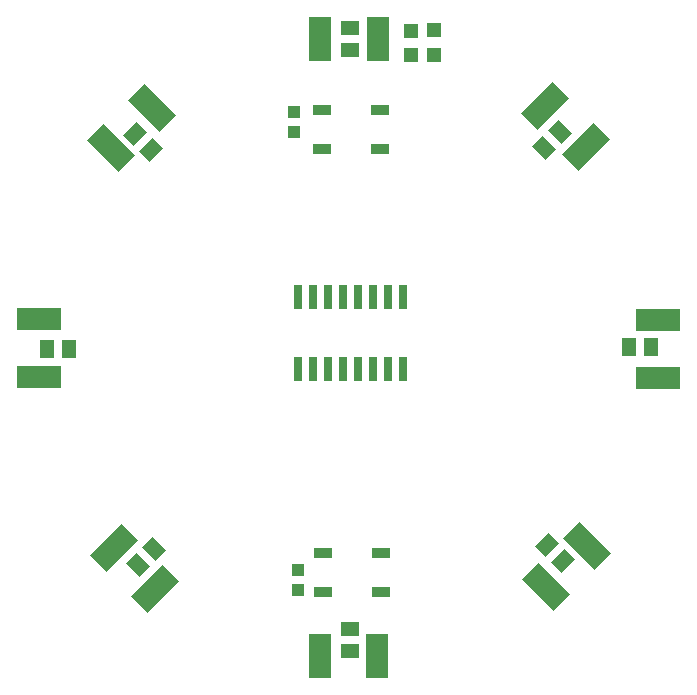
<source format=gbr>
%TF.GenerationSoftware,KiCad,Pcbnew,9.0.5*%
%TF.CreationDate,2025-11-19T12:34:50-06:00*%
%TF.ProjectId,board,626f6172-642e-46b6-9963-61645f706362,rev?*%
%TF.SameCoordinates,Original*%
%TF.FileFunction,Paste,Bot*%
%TF.FilePolarity,Positive*%
%FSLAX46Y46*%
G04 Gerber Fmt 4.6, Leading zero omitted, Abs format (unit mm)*
G04 Created by KiCad (PCBNEW 9.0.5) date 2025-11-19 12:34:50*
%MOMM*%
%LPD*%
G01*
G04 APERTURE LIST*
G04 Aperture macros list*
%AMRotRect*
0 Rectangle, with rotation*
0 The origin of the aperture is its center*
0 $1 length*
0 $2 width*
0 $3 Rotation angle, in degrees counterclockwise*
0 Add horizontal line*
21,1,$1,$2,0,0,$3*%
G04 Aperture macros list end*
%ADD10R,1.000000X1.100000*%
%ADD11R,1.500000X0.900000*%
%ADD12RotRect,3.810000X1.930400X135.000000*%
%ADD13RotRect,1.300000X1.600000X45.000000*%
%ADD14R,1.600000X1.300000*%
%ADD15RotRect,3.810000X1.930400X45.000000*%
%ADD16R,1.300000X1.600000*%
%ADD17R,1.930400X3.810000*%
%ADD18R,3.810000X1.930400*%
%ADD19RotRect,3.810000X1.930400X315.000000*%
%ADD20RotRect,1.300000X1.600000X225.000000*%
%ADD21RotRect,1.300000X1.600000X135.000000*%
%ADD22R,0.660400X2.032000*%
%ADD23R,1.200000X1.200000*%
%ADD24RotRect,1.300000X1.600000X315.000000*%
%ADD25RotRect,3.810000X1.930400X225.000000*%
G04 APERTURE END LIST*
D10*
%TO.C,C2*%
X144100000Y-125450000D03*
X144100000Y-123750000D03*
%TD*%
D11*
%TO.C,LED1*%
X146175000Y-125600000D03*
X146175000Y-122300000D03*
X151075000Y-122300000D03*
X151075000Y-125600000D03*
%TD*%
D12*
%TO.C,P3*%
X165098028Y-125231972D03*
X168564407Y-121765593D03*
%TD*%
D13*
%TO.C,R5*%
X130516498Y-123333502D03*
X131860000Y-121990000D03*
%TD*%
D14*
%TO.C,R0*%
X148450000Y-77850002D03*
X148450000Y-79750000D03*
%TD*%
D15*
%TO.C,P1*%
X128443621Y-121903621D03*
X131910000Y-125370000D03*
%TD*%
D11*
%TO.C,LED0*%
X146075000Y-88125000D03*
X146075000Y-84825000D03*
X150975000Y-84825000D03*
X150975000Y-88125000D03*
%TD*%
D16*
%TO.C,R2*%
X173959998Y-104920000D03*
X172060000Y-104920000D03*
%TD*%
D17*
%TO.C,P6*%
X150844800Y-78800000D03*
X145942600Y-78800000D03*
%TD*%
D16*
%TO.C,R6*%
X122810001Y-105020000D03*
X124709999Y-105020000D03*
%TD*%
D17*
%TO.C,P0*%
X145887800Y-131040000D03*
X150790000Y-131040000D03*
%TD*%
D18*
%TO.C,P2*%
X122140000Y-102517800D03*
X122140000Y-107420000D03*
%TD*%
D19*
%TO.C,P4*%
X131671972Y-84608028D03*
X128205593Y-88074407D03*
%TD*%
D18*
%TO.C,P5*%
X174560000Y-107530800D03*
X174560000Y-102628600D03*
%TD*%
D10*
%TO.C,C1*%
X143680000Y-86660000D03*
X143680000Y-84960000D03*
%TD*%
D20*
%TO.C,R1*%
X166223502Y-86696498D03*
X164880000Y-88040000D03*
%TD*%
D21*
%TO.C,R3*%
X166473502Y-123023502D03*
X165130000Y-121680000D03*
%TD*%
D22*
%TO.C,MUX0*%
X144030000Y-100610000D03*
X145300000Y-100610000D03*
X146570000Y-100610000D03*
X147840000Y-100610000D03*
X149110000Y-100610000D03*
X150380000Y-100610000D03*
X151650000Y-100610000D03*
X152920000Y-100610000D03*
X152920000Y-106756800D03*
X151650000Y-106756800D03*
X150380000Y-106756800D03*
X149110000Y-106756800D03*
X147840000Y-106756800D03*
X146570000Y-106756800D03*
X145300000Y-106756800D03*
X144030000Y-106756800D03*
%TD*%
D14*
%TO.C,R4*%
X148490000Y-130659998D03*
X148490000Y-128760000D03*
%TD*%
D23*
%TO.C,STDBY0*%
X155600000Y-78070000D03*
X155600000Y-80170000D03*
%TD*%
%TO.C,CHRG0*%
X153650000Y-78100000D03*
X153650000Y-80200000D03*
%TD*%
D24*
%TO.C,R7*%
X130286498Y-86856498D03*
X131630000Y-88200000D03*
%TD*%
D25*
%TO.C,P7*%
X168431972Y-87981972D03*
X164965593Y-84515593D03*
%TD*%
M02*

</source>
